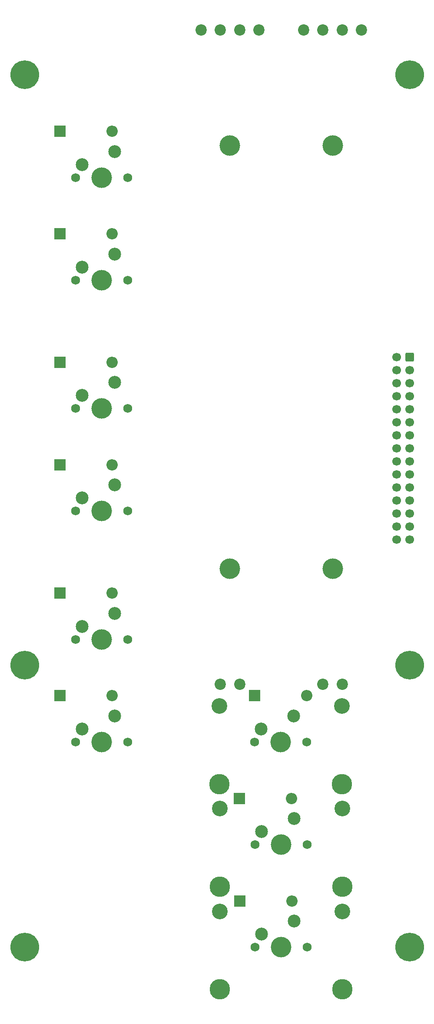
<source format=gbr>
%TF.GenerationSoftware,KiCad,Pcbnew,7.0.5*%
%TF.CreationDate,2023-07-03T18:50:34+02:00*%
%TF.ProjectId,Master_Board,4d617374-6572-45f4-926f-6172642e6b69,rev?*%
%TF.SameCoordinates,Original*%
%TF.FileFunction,Soldermask,Bot*%
%TF.FilePolarity,Negative*%
%FSLAX46Y46*%
G04 Gerber Fmt 4.6, Leading zero omitted, Abs format (unit mm)*
G04 Created by KiCad (PCBNEW 7.0.5) date 2023-07-03 18:50:34*
%MOMM*%
%LPD*%
G01*
G04 APERTURE LIST*
G04 Aperture macros list*
%AMRoundRect*
0 Rectangle with rounded corners*
0 $1 Rounding radius*
0 $2 $3 $4 $5 $6 $7 $8 $9 X,Y pos of 4 corners*
0 Add a 4 corners polygon primitive as box body*
4,1,4,$2,$3,$4,$5,$6,$7,$8,$9,$2,$3,0*
0 Add four circle primitives for the rounded corners*
1,1,$1+$1,$2,$3*
1,1,$1+$1,$4,$5*
1,1,$1+$1,$6,$7*
1,1,$1+$1,$8,$9*
0 Add four rect primitives between the rounded corners*
20,1,$1+$1,$2,$3,$4,$5,0*
20,1,$1+$1,$4,$5,$6,$7,0*
20,1,$1+$1,$6,$7,$8,$9,0*
20,1,$1+$1,$8,$9,$2,$3,0*%
G04 Aperture macros list end*
%ADD10C,4.000000*%
%ADD11C,1.750000*%
%ADD12C,2.500000*%
%ADD13C,3.048000*%
%ADD14C,3.987800*%
%ADD15R,2.200000X2.200000*%
%ADD16O,2.200000X2.200000*%
%ADD17C,2.200000*%
%ADD18C,5.600000*%
%ADD19RoundRect,0.250000X0.600000X0.600000X-0.600000X0.600000X-0.600000X-0.600000X0.600000X-0.600000X0*%
%ADD20C,1.700000*%
G04 APERTURE END LIST*
D10*
%TO.C,SW2*%
X70000000Y-170000000D03*
D11*
X64920000Y-170000000D03*
X75080000Y-170000000D03*
D12*
X66190000Y-167460000D03*
X72540000Y-164920000D03*
%TD*%
D13*
%TO.C,REF\u002A\u002A*%
X81938000Y-183015000D03*
X58062000Y-183015000D03*
D14*
X81938000Y-198225000D03*
X58062000Y-198225000D03*
%TD*%
D10*
%TO.C,SW7*%
X35000000Y-85000000D03*
D11*
X29920000Y-85000000D03*
X40080000Y-85000000D03*
D12*
X31190000Y-82460000D03*
X37540000Y-79920000D03*
%TD*%
D10*
%TO.C,SW5*%
X35000000Y-40000000D03*
D11*
X40080000Y-40000000D03*
X29920000Y-40000000D03*
D12*
X31190000Y-37460000D03*
X37540000Y-34920000D03*
%TD*%
D15*
%TO.C,D10*%
X26840000Y-141000000D03*
D16*
X37000000Y-141000000D03*
%TD*%
D17*
%TO.C,RV2*%
X78120000Y-11250000D03*
X74370000Y-11250000D03*
X78120000Y-138750000D03*
X81880000Y-11250000D03*
X85630000Y-11250000D03*
X81880000Y-138750000D03*
D10*
X80000000Y-33750000D03*
X80000000Y-116250000D03*
%TD*%
D11*
%TO.C,SW8*%
X29920000Y-105000000D03*
D10*
X35000000Y-105000000D03*
D11*
X40080000Y-105000000D03*
D12*
X31190000Y-102460000D03*
X37540000Y-99920000D03*
%TD*%
D18*
%TO.C,H5*%
X95000000Y-190000000D03*
%TD*%
D15*
%TO.C,D3*%
X61920000Y-181000000D03*
D16*
X72080000Y-181000000D03*
%TD*%
D11*
%TO.C,SW10*%
X29920000Y-150000000D03*
D10*
X35000000Y-150000000D03*
D11*
X40080000Y-150000000D03*
D12*
X31190000Y-147460000D03*
X37540000Y-144920000D03*
%TD*%
D13*
%TO.C,REF\u002A\u002A*%
X81858000Y-143015000D03*
X57982000Y-143015000D03*
D14*
X81858000Y-158225000D03*
X57982000Y-158225000D03*
%TD*%
D15*
%TO.C,D8*%
X26840000Y-96000000D03*
D16*
X37000000Y-96000000D03*
%TD*%
D11*
%TO.C,SW6*%
X40080000Y-60000000D03*
D10*
X35000000Y-60000000D03*
D11*
X29920000Y-60000000D03*
D12*
X31190000Y-57460000D03*
X37540000Y-54920000D03*
%TD*%
D18*
%TO.C,H3*%
X95000000Y-135000000D03*
%TD*%
D10*
%TO.C,SW1*%
X69920000Y-150000000D03*
D11*
X64840000Y-150000000D03*
X75000000Y-150000000D03*
D12*
X66110000Y-147460000D03*
X72460000Y-144920000D03*
%TD*%
D13*
%TO.C,REF\u002A\u002A*%
X81938000Y-163015000D03*
X58062000Y-163015000D03*
D14*
X81938000Y-178225000D03*
X58062000Y-178225000D03*
%TD*%
D15*
%TO.C,D1*%
X64840000Y-141000000D03*
D16*
X75000000Y-141000000D03*
%TD*%
D11*
%TO.C,SW9*%
X40080000Y-130000000D03*
X29920000Y-130000000D03*
D10*
X35000000Y-130000000D03*
D12*
X31190000Y-127460000D03*
X37540000Y-124920000D03*
%TD*%
D17*
%TO.C,RV1*%
X58120000Y-11250000D03*
X54370000Y-11250000D03*
X58120000Y-138750000D03*
X61880000Y-11250000D03*
X65630000Y-11250000D03*
X61880000Y-138750000D03*
D10*
X60000000Y-116250000D03*
X60000000Y-33750000D03*
%TD*%
D18*
%TO.C,H2*%
X95000000Y-20000000D03*
%TD*%
%TO.C,H1*%
X20000000Y-135000000D03*
%TD*%
%TO.C,H4*%
X20000000Y-20000000D03*
%TD*%
D15*
%TO.C,D7*%
X26840000Y-76000000D03*
D16*
X37000000Y-76000000D03*
%TD*%
D18*
%TO.C,H6*%
X20000000Y-190000000D03*
%TD*%
D15*
%TO.C,D2*%
X61840000Y-161000000D03*
D16*
X72000000Y-161000000D03*
%TD*%
D15*
%TO.C,D9*%
X26840000Y-121000000D03*
D16*
X37000000Y-121000000D03*
%TD*%
D15*
%TO.C,D6*%
X26840000Y-51000000D03*
D16*
X37000000Y-51000000D03*
%TD*%
D11*
%TO.C,SW3*%
X75080000Y-190000000D03*
X64920000Y-190000000D03*
D10*
X70000000Y-190000000D03*
D12*
X66190000Y-187460000D03*
X72540000Y-184920000D03*
%TD*%
D15*
%TO.C,D5*%
X26840000Y-31000000D03*
D16*
X37000000Y-31000000D03*
%TD*%
D19*
%TO.C,J1*%
X95000000Y-75000000D03*
D20*
X92460000Y-75000000D03*
X95000000Y-77540000D03*
X92460000Y-77540000D03*
X95000000Y-80080000D03*
X92460000Y-80080000D03*
X95000000Y-82620000D03*
X92460000Y-82620000D03*
X95000000Y-85160000D03*
X92460000Y-85160000D03*
X95000000Y-87700000D03*
X92460000Y-87700000D03*
X95000000Y-90240000D03*
X92460000Y-90240000D03*
X95000000Y-92780000D03*
X92460000Y-92780000D03*
X95000000Y-95320000D03*
X92460000Y-95320000D03*
X95000000Y-97860000D03*
X92460000Y-97860000D03*
X95000000Y-100400000D03*
X92460000Y-100400000D03*
X95000000Y-102940000D03*
X92460000Y-102940000D03*
X95000000Y-105480000D03*
X92460000Y-105480000D03*
X95000000Y-108020000D03*
X92460000Y-108020000D03*
X95000000Y-110560000D03*
X92460000Y-110560000D03*
%TD*%
M02*

</source>
